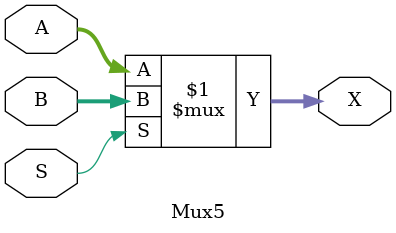
<source format=v>
module Mux5( 
    input [4:0] A,
    input [4:0] B, 
    input S, 
    output wire [4:0] X
);
    assign X = (S) ? B : A;
endmodule
</source>
